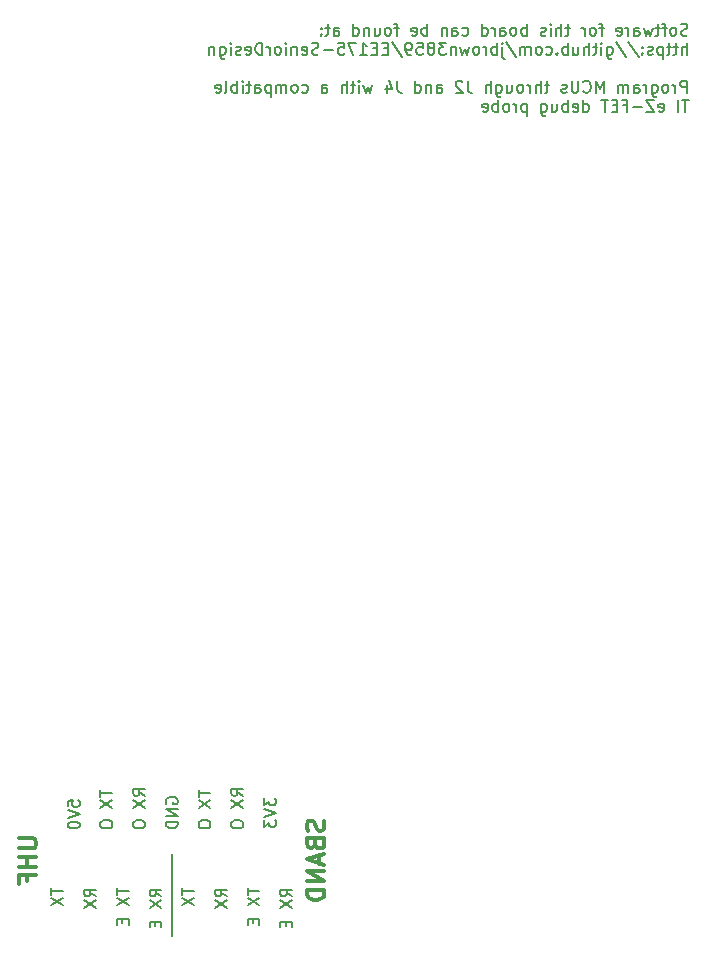
<source format=gbr>
%TF.GenerationSoftware,KiCad,Pcbnew,(6.0.8)*%
%TF.CreationDate,2023-02-25T01:36:39-08:00*%
%TF.ProjectId,RF_Board,52465f42-6f61-4726-942e-6b696361645f,rev?*%
%TF.SameCoordinates,Original*%
%TF.FileFunction,Legend,Bot*%
%TF.FilePolarity,Positive*%
%FSLAX46Y46*%
G04 Gerber Fmt 4.6, Leading zero omitted, Abs format (unit mm)*
G04 Created by KiCad (PCBNEW (6.0.8)) date 2023-02-25 01:36:39*
%MOMM*%
%LPD*%
G01*
G04 APERTURE LIST*
%ADD10C,0.150000*%
%ADD11C,0.300000*%
G04 APERTURE END LIST*
D10*
X45000000Y-83000000D02*
X45000000Y-90000000D01*
X52762380Y-78309452D02*
X52762380Y-78928500D01*
X53143333Y-78595166D01*
X53143333Y-78738023D01*
X53190952Y-78833261D01*
X53238571Y-78880880D01*
X53333809Y-78928500D01*
X53571904Y-78928500D01*
X53667142Y-78880880D01*
X53714761Y-78833261D01*
X53762380Y-78738023D01*
X53762380Y-78452309D01*
X53714761Y-78357071D01*
X53667142Y-78309452D01*
X52762380Y-79214214D02*
X53762380Y-79547547D01*
X52762380Y-79880880D01*
X52762380Y-80118976D02*
X52762380Y-80738023D01*
X53143333Y-80404690D01*
X53143333Y-80547547D01*
X53190952Y-80642785D01*
X53238571Y-80690404D01*
X53333809Y-80738023D01*
X53571904Y-80738023D01*
X53667142Y-80690404D01*
X53714761Y-80642785D01*
X53762380Y-80547547D01*
X53762380Y-80261833D01*
X53714761Y-80166595D01*
X53667142Y-80118976D01*
D11*
X57802142Y-80208857D02*
X57873571Y-80423142D01*
X57873571Y-80780285D01*
X57802142Y-80923142D01*
X57730714Y-80994571D01*
X57587857Y-81066000D01*
X57445000Y-81066000D01*
X57302142Y-80994571D01*
X57230714Y-80923142D01*
X57159285Y-80780285D01*
X57087857Y-80494571D01*
X57016428Y-80351714D01*
X56945000Y-80280285D01*
X56802142Y-80208857D01*
X56659285Y-80208857D01*
X56516428Y-80280285D01*
X56445000Y-80351714D01*
X56373571Y-80494571D01*
X56373571Y-80851714D01*
X56445000Y-81066000D01*
X57087857Y-82208857D02*
X57159285Y-82423142D01*
X57230714Y-82494571D01*
X57373571Y-82566000D01*
X57587857Y-82566000D01*
X57730714Y-82494571D01*
X57802142Y-82423142D01*
X57873571Y-82280285D01*
X57873571Y-81708857D01*
X56373571Y-81708857D01*
X56373571Y-82208857D01*
X56445000Y-82351714D01*
X56516428Y-82423142D01*
X56659285Y-82494571D01*
X56802142Y-82494571D01*
X56945000Y-82423142D01*
X57016428Y-82351714D01*
X57087857Y-82208857D01*
X57087857Y-81708857D01*
X57445000Y-83137428D02*
X57445000Y-83851714D01*
X57873571Y-82994571D02*
X56373571Y-83494571D01*
X57873571Y-83994571D01*
X57873571Y-84494571D02*
X56373571Y-84494571D01*
X57873571Y-85351714D01*
X56373571Y-85351714D01*
X57873571Y-86066000D02*
X56373571Y-86066000D01*
X56373571Y-86423142D01*
X56445000Y-86637428D01*
X56587857Y-86780285D01*
X56730714Y-86851714D01*
X57016428Y-86923142D01*
X57230714Y-86923142D01*
X57516428Y-86851714D01*
X57659285Y-86780285D01*
X57802142Y-86637428D01*
X57873571Y-86423142D01*
X57873571Y-86066000D01*
D10*
X40297380Y-85917738D02*
X40297380Y-86489166D01*
X41297380Y-86203452D02*
X40297380Y-86203452D01*
X40297380Y-86727261D02*
X41297380Y-87393928D01*
X40297380Y-87393928D02*
X41297380Y-86727261D01*
X40773571Y-88536785D02*
X40773571Y-88870119D01*
X41297380Y-89012976D02*
X41297380Y-88536785D01*
X40297380Y-88536785D01*
X40297380Y-89012976D01*
X50992380Y-78103119D02*
X50516190Y-77769785D01*
X50992380Y-77531690D02*
X49992380Y-77531690D01*
X49992380Y-77912642D01*
X50040000Y-78007880D01*
X50087619Y-78055500D01*
X50182857Y-78103119D01*
X50325714Y-78103119D01*
X50420952Y-78055500D01*
X50468571Y-78007880D01*
X50516190Y-77912642D01*
X50516190Y-77531690D01*
X49992380Y-78436452D02*
X50992380Y-79103119D01*
X49992380Y-79103119D02*
X50992380Y-78436452D01*
X49992380Y-80436452D02*
X49992380Y-80626928D01*
X50040000Y-80722166D01*
X50135238Y-80817404D01*
X50325714Y-80865023D01*
X50659047Y-80865023D01*
X50849523Y-80817404D01*
X50944761Y-80722166D01*
X50992380Y-80626928D01*
X50992380Y-80436452D01*
X50944761Y-80341214D01*
X50849523Y-80245976D01*
X50659047Y-80198357D01*
X50325714Y-80198357D01*
X50135238Y-80245976D01*
X50040000Y-80341214D01*
X49992380Y-80436452D01*
X88612023Y-13694761D02*
X88469166Y-13742380D01*
X88231071Y-13742380D01*
X88135833Y-13694761D01*
X88088214Y-13647142D01*
X88040595Y-13551904D01*
X88040595Y-13456666D01*
X88088214Y-13361428D01*
X88135833Y-13313809D01*
X88231071Y-13266190D01*
X88421547Y-13218571D01*
X88516785Y-13170952D01*
X88564404Y-13123333D01*
X88612023Y-13028095D01*
X88612023Y-12932857D01*
X88564404Y-12837619D01*
X88516785Y-12790000D01*
X88421547Y-12742380D01*
X88183452Y-12742380D01*
X88040595Y-12790000D01*
X87469166Y-13742380D02*
X87564404Y-13694761D01*
X87612023Y-13647142D01*
X87659642Y-13551904D01*
X87659642Y-13266190D01*
X87612023Y-13170952D01*
X87564404Y-13123333D01*
X87469166Y-13075714D01*
X87326309Y-13075714D01*
X87231071Y-13123333D01*
X87183452Y-13170952D01*
X87135833Y-13266190D01*
X87135833Y-13551904D01*
X87183452Y-13647142D01*
X87231071Y-13694761D01*
X87326309Y-13742380D01*
X87469166Y-13742380D01*
X86850119Y-13075714D02*
X86469166Y-13075714D01*
X86707261Y-13742380D02*
X86707261Y-12885238D01*
X86659642Y-12790000D01*
X86564404Y-12742380D01*
X86469166Y-12742380D01*
X86278690Y-13075714D02*
X85897738Y-13075714D01*
X86135833Y-12742380D02*
X86135833Y-13599523D01*
X86088214Y-13694761D01*
X85992976Y-13742380D01*
X85897738Y-13742380D01*
X85659642Y-13075714D02*
X85469166Y-13742380D01*
X85278690Y-13266190D01*
X85088214Y-13742380D01*
X84897738Y-13075714D01*
X84088214Y-13742380D02*
X84088214Y-13218571D01*
X84135833Y-13123333D01*
X84231071Y-13075714D01*
X84421547Y-13075714D01*
X84516785Y-13123333D01*
X84088214Y-13694761D02*
X84183452Y-13742380D01*
X84421547Y-13742380D01*
X84516785Y-13694761D01*
X84564404Y-13599523D01*
X84564404Y-13504285D01*
X84516785Y-13409047D01*
X84421547Y-13361428D01*
X84183452Y-13361428D01*
X84088214Y-13313809D01*
X83612023Y-13742380D02*
X83612023Y-13075714D01*
X83612023Y-13266190D02*
X83564404Y-13170952D01*
X83516785Y-13123333D01*
X83421547Y-13075714D01*
X83326309Y-13075714D01*
X82612023Y-13694761D02*
X82707261Y-13742380D01*
X82897738Y-13742380D01*
X82992976Y-13694761D01*
X83040595Y-13599523D01*
X83040595Y-13218571D01*
X82992976Y-13123333D01*
X82897738Y-13075714D01*
X82707261Y-13075714D01*
X82612023Y-13123333D01*
X82564404Y-13218571D01*
X82564404Y-13313809D01*
X83040595Y-13409047D01*
X81516785Y-13075714D02*
X81135833Y-13075714D01*
X81373928Y-13742380D02*
X81373928Y-12885238D01*
X81326309Y-12790000D01*
X81231071Y-12742380D01*
X81135833Y-12742380D01*
X80659642Y-13742380D02*
X80754880Y-13694761D01*
X80802500Y-13647142D01*
X80850119Y-13551904D01*
X80850119Y-13266190D01*
X80802500Y-13170952D01*
X80754880Y-13123333D01*
X80659642Y-13075714D01*
X80516785Y-13075714D01*
X80421547Y-13123333D01*
X80373928Y-13170952D01*
X80326309Y-13266190D01*
X80326309Y-13551904D01*
X80373928Y-13647142D01*
X80421547Y-13694761D01*
X80516785Y-13742380D01*
X80659642Y-13742380D01*
X79897738Y-13742380D02*
X79897738Y-13075714D01*
X79897738Y-13266190D02*
X79850119Y-13170952D01*
X79802500Y-13123333D01*
X79707261Y-13075714D01*
X79612023Y-13075714D01*
X78659642Y-13075714D02*
X78278690Y-13075714D01*
X78516785Y-12742380D02*
X78516785Y-13599523D01*
X78469166Y-13694761D01*
X78373928Y-13742380D01*
X78278690Y-13742380D01*
X77945357Y-13742380D02*
X77945357Y-12742380D01*
X77516785Y-13742380D02*
X77516785Y-13218571D01*
X77564404Y-13123333D01*
X77659642Y-13075714D01*
X77802500Y-13075714D01*
X77897738Y-13123333D01*
X77945357Y-13170952D01*
X77040595Y-13742380D02*
X77040595Y-13075714D01*
X77040595Y-12742380D02*
X77088214Y-12790000D01*
X77040595Y-12837619D01*
X76992976Y-12790000D01*
X77040595Y-12742380D01*
X77040595Y-12837619D01*
X76612023Y-13694761D02*
X76516785Y-13742380D01*
X76326309Y-13742380D01*
X76231071Y-13694761D01*
X76183452Y-13599523D01*
X76183452Y-13551904D01*
X76231071Y-13456666D01*
X76326309Y-13409047D01*
X76469166Y-13409047D01*
X76564404Y-13361428D01*
X76612023Y-13266190D01*
X76612023Y-13218571D01*
X76564404Y-13123333D01*
X76469166Y-13075714D01*
X76326309Y-13075714D01*
X76231071Y-13123333D01*
X74992976Y-13742380D02*
X74992976Y-12742380D01*
X74992976Y-13123333D02*
X74897738Y-13075714D01*
X74707261Y-13075714D01*
X74612023Y-13123333D01*
X74564404Y-13170952D01*
X74516785Y-13266190D01*
X74516785Y-13551904D01*
X74564404Y-13647142D01*
X74612023Y-13694761D01*
X74707261Y-13742380D01*
X74897738Y-13742380D01*
X74992976Y-13694761D01*
X73945357Y-13742380D02*
X74040595Y-13694761D01*
X74088214Y-13647142D01*
X74135833Y-13551904D01*
X74135833Y-13266190D01*
X74088214Y-13170952D01*
X74040595Y-13123333D01*
X73945357Y-13075714D01*
X73802500Y-13075714D01*
X73707261Y-13123333D01*
X73659642Y-13170952D01*
X73612023Y-13266190D01*
X73612023Y-13551904D01*
X73659642Y-13647142D01*
X73707261Y-13694761D01*
X73802500Y-13742380D01*
X73945357Y-13742380D01*
X72754880Y-13742380D02*
X72754880Y-13218571D01*
X72802500Y-13123333D01*
X72897738Y-13075714D01*
X73088214Y-13075714D01*
X73183452Y-13123333D01*
X72754880Y-13694761D02*
X72850119Y-13742380D01*
X73088214Y-13742380D01*
X73183452Y-13694761D01*
X73231071Y-13599523D01*
X73231071Y-13504285D01*
X73183452Y-13409047D01*
X73088214Y-13361428D01*
X72850119Y-13361428D01*
X72754880Y-13313809D01*
X72278690Y-13742380D02*
X72278690Y-13075714D01*
X72278690Y-13266190D02*
X72231071Y-13170952D01*
X72183452Y-13123333D01*
X72088214Y-13075714D01*
X71992976Y-13075714D01*
X71231071Y-13742380D02*
X71231071Y-12742380D01*
X71231071Y-13694761D02*
X71326309Y-13742380D01*
X71516785Y-13742380D01*
X71612023Y-13694761D01*
X71659642Y-13647142D01*
X71707261Y-13551904D01*
X71707261Y-13266190D01*
X71659642Y-13170952D01*
X71612023Y-13123333D01*
X71516785Y-13075714D01*
X71326309Y-13075714D01*
X71231071Y-13123333D01*
X69564404Y-13694761D02*
X69659642Y-13742380D01*
X69850119Y-13742380D01*
X69945357Y-13694761D01*
X69992976Y-13647142D01*
X70040595Y-13551904D01*
X70040595Y-13266190D01*
X69992976Y-13170952D01*
X69945357Y-13123333D01*
X69850119Y-13075714D01*
X69659642Y-13075714D01*
X69564404Y-13123333D01*
X68707261Y-13742380D02*
X68707261Y-13218571D01*
X68754880Y-13123333D01*
X68850119Y-13075714D01*
X69040595Y-13075714D01*
X69135833Y-13123333D01*
X68707261Y-13694761D02*
X68802500Y-13742380D01*
X69040595Y-13742380D01*
X69135833Y-13694761D01*
X69183452Y-13599523D01*
X69183452Y-13504285D01*
X69135833Y-13409047D01*
X69040595Y-13361428D01*
X68802500Y-13361428D01*
X68707261Y-13313809D01*
X68231071Y-13075714D02*
X68231071Y-13742380D01*
X68231071Y-13170952D02*
X68183452Y-13123333D01*
X68088214Y-13075714D01*
X67945357Y-13075714D01*
X67850119Y-13123333D01*
X67802500Y-13218571D01*
X67802500Y-13742380D01*
X66564404Y-13742380D02*
X66564404Y-12742380D01*
X66564404Y-13123333D02*
X66469166Y-13075714D01*
X66278690Y-13075714D01*
X66183452Y-13123333D01*
X66135833Y-13170952D01*
X66088214Y-13266190D01*
X66088214Y-13551904D01*
X66135833Y-13647142D01*
X66183452Y-13694761D01*
X66278690Y-13742380D01*
X66469166Y-13742380D01*
X66564404Y-13694761D01*
X65278690Y-13694761D02*
X65373928Y-13742380D01*
X65564404Y-13742380D01*
X65659642Y-13694761D01*
X65707261Y-13599523D01*
X65707261Y-13218571D01*
X65659642Y-13123333D01*
X65564404Y-13075714D01*
X65373928Y-13075714D01*
X65278690Y-13123333D01*
X65231071Y-13218571D01*
X65231071Y-13313809D01*
X65707261Y-13409047D01*
X64183452Y-13075714D02*
X63802500Y-13075714D01*
X64040595Y-13742380D02*
X64040595Y-12885238D01*
X63992976Y-12790000D01*
X63897738Y-12742380D01*
X63802500Y-12742380D01*
X63326309Y-13742380D02*
X63421547Y-13694761D01*
X63469166Y-13647142D01*
X63516785Y-13551904D01*
X63516785Y-13266190D01*
X63469166Y-13170952D01*
X63421547Y-13123333D01*
X63326309Y-13075714D01*
X63183452Y-13075714D01*
X63088214Y-13123333D01*
X63040595Y-13170952D01*
X62992976Y-13266190D01*
X62992976Y-13551904D01*
X63040595Y-13647142D01*
X63088214Y-13694761D01*
X63183452Y-13742380D01*
X63326309Y-13742380D01*
X62135833Y-13075714D02*
X62135833Y-13742380D01*
X62564404Y-13075714D02*
X62564404Y-13599523D01*
X62516785Y-13694761D01*
X62421547Y-13742380D01*
X62278690Y-13742380D01*
X62183452Y-13694761D01*
X62135833Y-13647142D01*
X61659642Y-13075714D02*
X61659642Y-13742380D01*
X61659642Y-13170952D02*
X61612023Y-13123333D01*
X61516785Y-13075714D01*
X61373928Y-13075714D01*
X61278690Y-13123333D01*
X61231071Y-13218571D01*
X61231071Y-13742380D01*
X60326309Y-13742380D02*
X60326309Y-12742380D01*
X60326309Y-13694761D02*
X60421547Y-13742380D01*
X60612023Y-13742380D01*
X60707261Y-13694761D01*
X60754880Y-13647142D01*
X60802500Y-13551904D01*
X60802500Y-13266190D01*
X60754880Y-13170952D01*
X60707261Y-13123333D01*
X60612023Y-13075714D01*
X60421547Y-13075714D01*
X60326309Y-13123333D01*
X58659642Y-13742380D02*
X58659642Y-13218571D01*
X58707261Y-13123333D01*
X58802500Y-13075714D01*
X58992976Y-13075714D01*
X59088214Y-13123333D01*
X58659642Y-13694761D02*
X58754880Y-13742380D01*
X58992976Y-13742380D01*
X59088214Y-13694761D01*
X59135833Y-13599523D01*
X59135833Y-13504285D01*
X59088214Y-13409047D01*
X58992976Y-13361428D01*
X58754880Y-13361428D01*
X58659642Y-13313809D01*
X58326309Y-13075714D02*
X57945357Y-13075714D01*
X58183452Y-12742380D02*
X58183452Y-13599523D01*
X58135833Y-13694761D01*
X58040595Y-13742380D01*
X57945357Y-13742380D01*
X57612023Y-13647142D02*
X57564404Y-13694761D01*
X57612023Y-13742380D01*
X57659642Y-13694761D01*
X57612023Y-13647142D01*
X57612023Y-13742380D01*
X57612023Y-13123333D02*
X57564404Y-13170952D01*
X57612023Y-13218571D01*
X57659642Y-13170952D01*
X57612023Y-13123333D01*
X57612023Y-13218571D01*
X88564404Y-15352380D02*
X88564404Y-14352380D01*
X88135833Y-15352380D02*
X88135833Y-14828571D01*
X88183452Y-14733333D01*
X88278690Y-14685714D01*
X88421547Y-14685714D01*
X88516785Y-14733333D01*
X88564404Y-14780952D01*
X87802500Y-14685714D02*
X87421547Y-14685714D01*
X87659642Y-14352380D02*
X87659642Y-15209523D01*
X87612023Y-15304761D01*
X87516785Y-15352380D01*
X87421547Y-15352380D01*
X87231071Y-14685714D02*
X86850119Y-14685714D01*
X87088214Y-14352380D02*
X87088214Y-15209523D01*
X87040595Y-15304761D01*
X86945357Y-15352380D01*
X86850119Y-15352380D01*
X86516785Y-14685714D02*
X86516785Y-15685714D01*
X86516785Y-14733333D02*
X86421547Y-14685714D01*
X86231071Y-14685714D01*
X86135833Y-14733333D01*
X86088214Y-14780952D01*
X86040595Y-14876190D01*
X86040595Y-15161904D01*
X86088214Y-15257142D01*
X86135833Y-15304761D01*
X86231071Y-15352380D01*
X86421547Y-15352380D01*
X86516785Y-15304761D01*
X85659642Y-15304761D02*
X85564404Y-15352380D01*
X85373928Y-15352380D01*
X85278690Y-15304761D01*
X85231071Y-15209523D01*
X85231071Y-15161904D01*
X85278690Y-15066666D01*
X85373928Y-15019047D01*
X85516785Y-15019047D01*
X85612023Y-14971428D01*
X85659642Y-14876190D01*
X85659642Y-14828571D01*
X85612023Y-14733333D01*
X85516785Y-14685714D01*
X85373928Y-14685714D01*
X85278690Y-14733333D01*
X84802500Y-15257142D02*
X84754880Y-15304761D01*
X84802500Y-15352380D01*
X84850119Y-15304761D01*
X84802500Y-15257142D01*
X84802500Y-15352380D01*
X84802500Y-14733333D02*
X84754880Y-14780952D01*
X84802500Y-14828571D01*
X84850119Y-14780952D01*
X84802500Y-14733333D01*
X84802500Y-14828571D01*
X83612023Y-14304761D02*
X84469166Y-15590476D01*
X82564404Y-14304761D02*
X83421547Y-15590476D01*
X81802500Y-14685714D02*
X81802500Y-15495238D01*
X81850119Y-15590476D01*
X81897738Y-15638095D01*
X81992976Y-15685714D01*
X82135833Y-15685714D01*
X82231071Y-15638095D01*
X81802500Y-15304761D02*
X81897738Y-15352380D01*
X82088214Y-15352380D01*
X82183452Y-15304761D01*
X82231071Y-15257142D01*
X82278690Y-15161904D01*
X82278690Y-14876190D01*
X82231071Y-14780952D01*
X82183452Y-14733333D01*
X82088214Y-14685714D01*
X81897738Y-14685714D01*
X81802500Y-14733333D01*
X81326309Y-15352380D02*
X81326309Y-14685714D01*
X81326309Y-14352380D02*
X81373928Y-14400000D01*
X81326309Y-14447619D01*
X81278690Y-14400000D01*
X81326309Y-14352380D01*
X81326309Y-14447619D01*
X80992976Y-14685714D02*
X80612023Y-14685714D01*
X80850119Y-14352380D02*
X80850119Y-15209523D01*
X80802500Y-15304761D01*
X80707261Y-15352380D01*
X80612023Y-15352380D01*
X80278690Y-15352380D02*
X80278690Y-14352380D01*
X79850119Y-15352380D02*
X79850119Y-14828571D01*
X79897738Y-14733333D01*
X79992976Y-14685714D01*
X80135833Y-14685714D01*
X80231071Y-14733333D01*
X80278690Y-14780952D01*
X78945357Y-14685714D02*
X78945357Y-15352380D01*
X79373928Y-14685714D02*
X79373928Y-15209523D01*
X79326309Y-15304761D01*
X79231071Y-15352380D01*
X79088214Y-15352380D01*
X78992976Y-15304761D01*
X78945357Y-15257142D01*
X78469166Y-15352380D02*
X78469166Y-14352380D01*
X78469166Y-14733333D02*
X78373928Y-14685714D01*
X78183452Y-14685714D01*
X78088214Y-14733333D01*
X78040595Y-14780952D01*
X77992976Y-14876190D01*
X77992976Y-15161904D01*
X78040595Y-15257142D01*
X78088214Y-15304761D01*
X78183452Y-15352380D01*
X78373928Y-15352380D01*
X78469166Y-15304761D01*
X77564404Y-15257142D02*
X77516785Y-15304761D01*
X77564404Y-15352380D01*
X77612023Y-15304761D01*
X77564404Y-15257142D01*
X77564404Y-15352380D01*
X76659642Y-15304761D02*
X76754880Y-15352380D01*
X76945357Y-15352380D01*
X77040595Y-15304761D01*
X77088214Y-15257142D01*
X77135833Y-15161904D01*
X77135833Y-14876190D01*
X77088214Y-14780952D01*
X77040595Y-14733333D01*
X76945357Y-14685714D01*
X76754880Y-14685714D01*
X76659642Y-14733333D01*
X76088214Y-15352380D02*
X76183452Y-15304761D01*
X76231071Y-15257142D01*
X76278690Y-15161904D01*
X76278690Y-14876190D01*
X76231071Y-14780952D01*
X76183452Y-14733333D01*
X76088214Y-14685714D01*
X75945357Y-14685714D01*
X75850119Y-14733333D01*
X75802500Y-14780952D01*
X75754880Y-14876190D01*
X75754880Y-15161904D01*
X75802500Y-15257142D01*
X75850119Y-15304761D01*
X75945357Y-15352380D01*
X76088214Y-15352380D01*
X75326309Y-15352380D02*
X75326309Y-14685714D01*
X75326309Y-14780952D02*
X75278690Y-14733333D01*
X75183452Y-14685714D01*
X75040595Y-14685714D01*
X74945357Y-14733333D01*
X74897738Y-14828571D01*
X74897738Y-15352380D01*
X74897738Y-14828571D02*
X74850119Y-14733333D01*
X74754880Y-14685714D01*
X74612023Y-14685714D01*
X74516785Y-14733333D01*
X74469166Y-14828571D01*
X74469166Y-15352380D01*
X73278690Y-14304761D02*
X74135833Y-15590476D01*
X72945357Y-14685714D02*
X72945357Y-15542857D01*
X72992976Y-15638095D01*
X73088214Y-15685714D01*
X73135833Y-15685714D01*
X72945357Y-14352380D02*
X72992976Y-14400000D01*
X72945357Y-14447619D01*
X72897738Y-14400000D01*
X72945357Y-14352380D01*
X72945357Y-14447619D01*
X72469166Y-15352380D02*
X72469166Y-14352380D01*
X72469166Y-14733333D02*
X72373928Y-14685714D01*
X72183452Y-14685714D01*
X72088214Y-14733333D01*
X72040595Y-14780952D01*
X71992976Y-14876190D01*
X71992976Y-15161904D01*
X72040595Y-15257142D01*
X72088214Y-15304761D01*
X72183452Y-15352380D01*
X72373928Y-15352380D01*
X72469166Y-15304761D01*
X71564404Y-15352380D02*
X71564404Y-14685714D01*
X71564404Y-14876190D02*
X71516785Y-14780952D01*
X71469166Y-14733333D01*
X71373928Y-14685714D01*
X71278690Y-14685714D01*
X70802500Y-15352380D02*
X70897738Y-15304761D01*
X70945357Y-15257142D01*
X70992976Y-15161904D01*
X70992976Y-14876190D01*
X70945357Y-14780952D01*
X70897738Y-14733333D01*
X70802500Y-14685714D01*
X70659642Y-14685714D01*
X70564404Y-14733333D01*
X70516785Y-14780952D01*
X70469166Y-14876190D01*
X70469166Y-15161904D01*
X70516785Y-15257142D01*
X70564404Y-15304761D01*
X70659642Y-15352380D01*
X70802500Y-15352380D01*
X70135833Y-14685714D02*
X69945357Y-15352380D01*
X69754880Y-14876190D01*
X69564404Y-15352380D01*
X69373928Y-14685714D01*
X68992976Y-14685714D02*
X68992976Y-15352380D01*
X68992976Y-14780952D02*
X68945357Y-14733333D01*
X68850119Y-14685714D01*
X68707261Y-14685714D01*
X68612023Y-14733333D01*
X68564404Y-14828571D01*
X68564404Y-15352380D01*
X68183452Y-14352380D02*
X67564404Y-14352380D01*
X67897738Y-14733333D01*
X67754880Y-14733333D01*
X67659642Y-14780952D01*
X67612023Y-14828571D01*
X67564404Y-14923809D01*
X67564404Y-15161904D01*
X67612023Y-15257142D01*
X67659642Y-15304761D01*
X67754880Y-15352380D01*
X68040595Y-15352380D01*
X68135833Y-15304761D01*
X68183452Y-15257142D01*
X66992976Y-14780952D02*
X67088214Y-14733333D01*
X67135833Y-14685714D01*
X67183452Y-14590476D01*
X67183452Y-14542857D01*
X67135833Y-14447619D01*
X67088214Y-14400000D01*
X66992976Y-14352380D01*
X66802500Y-14352380D01*
X66707261Y-14400000D01*
X66659642Y-14447619D01*
X66612023Y-14542857D01*
X66612023Y-14590476D01*
X66659642Y-14685714D01*
X66707261Y-14733333D01*
X66802500Y-14780952D01*
X66992976Y-14780952D01*
X67088214Y-14828571D01*
X67135833Y-14876190D01*
X67183452Y-14971428D01*
X67183452Y-15161904D01*
X67135833Y-15257142D01*
X67088214Y-15304761D01*
X66992976Y-15352380D01*
X66802500Y-15352380D01*
X66707261Y-15304761D01*
X66659642Y-15257142D01*
X66612023Y-15161904D01*
X66612023Y-14971428D01*
X66659642Y-14876190D01*
X66707261Y-14828571D01*
X66802500Y-14780952D01*
X65707261Y-14352380D02*
X66183452Y-14352380D01*
X66231071Y-14828571D01*
X66183452Y-14780952D01*
X66088214Y-14733333D01*
X65850119Y-14733333D01*
X65754880Y-14780952D01*
X65707261Y-14828571D01*
X65659642Y-14923809D01*
X65659642Y-15161904D01*
X65707261Y-15257142D01*
X65754880Y-15304761D01*
X65850119Y-15352380D01*
X66088214Y-15352380D01*
X66183452Y-15304761D01*
X66231071Y-15257142D01*
X65183452Y-15352380D02*
X64992976Y-15352380D01*
X64897738Y-15304761D01*
X64850119Y-15257142D01*
X64754880Y-15114285D01*
X64707261Y-14923809D01*
X64707261Y-14542857D01*
X64754880Y-14447619D01*
X64802500Y-14400000D01*
X64897738Y-14352380D01*
X65088214Y-14352380D01*
X65183452Y-14400000D01*
X65231071Y-14447619D01*
X65278690Y-14542857D01*
X65278690Y-14780952D01*
X65231071Y-14876190D01*
X65183452Y-14923809D01*
X65088214Y-14971428D01*
X64897738Y-14971428D01*
X64802500Y-14923809D01*
X64754880Y-14876190D01*
X64707261Y-14780952D01*
X63564404Y-14304761D02*
X64421547Y-15590476D01*
X63231071Y-14828571D02*
X62897738Y-14828571D01*
X62754880Y-15352380D02*
X63231071Y-15352380D01*
X63231071Y-14352380D01*
X62754880Y-14352380D01*
X62326309Y-14828571D02*
X61992976Y-14828571D01*
X61850119Y-15352380D02*
X62326309Y-15352380D01*
X62326309Y-14352380D01*
X61850119Y-14352380D01*
X60897738Y-15352380D02*
X61469166Y-15352380D01*
X61183452Y-15352380D02*
X61183452Y-14352380D01*
X61278690Y-14495238D01*
X61373928Y-14590476D01*
X61469166Y-14638095D01*
X60564404Y-14352380D02*
X59897738Y-14352380D01*
X60326309Y-15352380D01*
X59040595Y-14352380D02*
X59516785Y-14352380D01*
X59564404Y-14828571D01*
X59516785Y-14780952D01*
X59421547Y-14733333D01*
X59183452Y-14733333D01*
X59088214Y-14780952D01*
X59040595Y-14828571D01*
X58992976Y-14923809D01*
X58992976Y-15161904D01*
X59040595Y-15257142D01*
X59088214Y-15304761D01*
X59183452Y-15352380D01*
X59421547Y-15352380D01*
X59516785Y-15304761D01*
X59564404Y-15257142D01*
X58564404Y-14971428D02*
X57802500Y-14971428D01*
X57373928Y-15304761D02*
X57231071Y-15352380D01*
X56992976Y-15352380D01*
X56897738Y-15304761D01*
X56850119Y-15257142D01*
X56802500Y-15161904D01*
X56802500Y-15066666D01*
X56850119Y-14971428D01*
X56897738Y-14923809D01*
X56992976Y-14876190D01*
X57183452Y-14828571D01*
X57278690Y-14780952D01*
X57326309Y-14733333D01*
X57373928Y-14638095D01*
X57373928Y-14542857D01*
X57326309Y-14447619D01*
X57278690Y-14400000D01*
X57183452Y-14352380D01*
X56945357Y-14352380D01*
X56802500Y-14400000D01*
X55992976Y-15304761D02*
X56088214Y-15352380D01*
X56278690Y-15352380D01*
X56373928Y-15304761D01*
X56421547Y-15209523D01*
X56421547Y-14828571D01*
X56373928Y-14733333D01*
X56278690Y-14685714D01*
X56088214Y-14685714D01*
X55992976Y-14733333D01*
X55945357Y-14828571D01*
X55945357Y-14923809D01*
X56421547Y-15019047D01*
X55516785Y-14685714D02*
X55516785Y-15352380D01*
X55516785Y-14780952D02*
X55469166Y-14733333D01*
X55373928Y-14685714D01*
X55231071Y-14685714D01*
X55135833Y-14733333D01*
X55088214Y-14828571D01*
X55088214Y-15352380D01*
X54612023Y-15352380D02*
X54612023Y-14685714D01*
X54612023Y-14352380D02*
X54659642Y-14400000D01*
X54612023Y-14447619D01*
X54564404Y-14400000D01*
X54612023Y-14352380D01*
X54612023Y-14447619D01*
X53992976Y-15352380D02*
X54088214Y-15304761D01*
X54135833Y-15257142D01*
X54183452Y-15161904D01*
X54183452Y-14876190D01*
X54135833Y-14780952D01*
X54088214Y-14733333D01*
X53992976Y-14685714D01*
X53850119Y-14685714D01*
X53754880Y-14733333D01*
X53707261Y-14780952D01*
X53659642Y-14876190D01*
X53659642Y-15161904D01*
X53707261Y-15257142D01*
X53754880Y-15304761D01*
X53850119Y-15352380D01*
X53992976Y-15352380D01*
X53231071Y-15352380D02*
X53231071Y-14685714D01*
X53231071Y-14876190D02*
X53183452Y-14780952D01*
X53135833Y-14733333D01*
X53040595Y-14685714D01*
X52945357Y-14685714D01*
X52612023Y-15352380D02*
X52612023Y-14352380D01*
X52373928Y-14352380D01*
X52231071Y-14400000D01*
X52135833Y-14495238D01*
X52088214Y-14590476D01*
X52040595Y-14780952D01*
X52040595Y-14923809D01*
X52088214Y-15114285D01*
X52135833Y-15209523D01*
X52231071Y-15304761D01*
X52373928Y-15352380D01*
X52612023Y-15352380D01*
X51231071Y-15304761D02*
X51326309Y-15352380D01*
X51516785Y-15352380D01*
X51612023Y-15304761D01*
X51659642Y-15209523D01*
X51659642Y-14828571D01*
X51612023Y-14733333D01*
X51516785Y-14685714D01*
X51326309Y-14685714D01*
X51231071Y-14733333D01*
X51183452Y-14828571D01*
X51183452Y-14923809D01*
X51659642Y-15019047D01*
X50802500Y-15304761D02*
X50707261Y-15352380D01*
X50516785Y-15352380D01*
X50421547Y-15304761D01*
X50373928Y-15209523D01*
X50373928Y-15161904D01*
X50421547Y-15066666D01*
X50516785Y-15019047D01*
X50659642Y-15019047D01*
X50754880Y-14971428D01*
X50802500Y-14876190D01*
X50802500Y-14828571D01*
X50754880Y-14733333D01*
X50659642Y-14685714D01*
X50516785Y-14685714D01*
X50421547Y-14733333D01*
X49945357Y-15352380D02*
X49945357Y-14685714D01*
X49945357Y-14352380D02*
X49992976Y-14400000D01*
X49945357Y-14447619D01*
X49897738Y-14400000D01*
X49945357Y-14352380D01*
X49945357Y-14447619D01*
X49040595Y-14685714D02*
X49040595Y-15495238D01*
X49088214Y-15590476D01*
X49135833Y-15638095D01*
X49231071Y-15685714D01*
X49373928Y-15685714D01*
X49469166Y-15638095D01*
X49040595Y-15304761D02*
X49135833Y-15352380D01*
X49326309Y-15352380D01*
X49421547Y-15304761D01*
X49469166Y-15257142D01*
X49516785Y-15161904D01*
X49516785Y-14876190D01*
X49469166Y-14780952D01*
X49421547Y-14733333D01*
X49326309Y-14685714D01*
X49135833Y-14685714D01*
X49040595Y-14733333D01*
X48564404Y-14685714D02*
X48564404Y-15352380D01*
X48564404Y-14780952D02*
X48516785Y-14733333D01*
X48421547Y-14685714D01*
X48278690Y-14685714D01*
X48183452Y-14733333D01*
X48135833Y-14828571D01*
X48135833Y-15352380D01*
X88564404Y-18572380D02*
X88564404Y-17572380D01*
X88183452Y-17572380D01*
X88088214Y-17620000D01*
X88040595Y-17667619D01*
X87992976Y-17762857D01*
X87992976Y-17905714D01*
X88040595Y-18000952D01*
X88088214Y-18048571D01*
X88183452Y-18096190D01*
X88564404Y-18096190D01*
X87564404Y-18572380D02*
X87564404Y-17905714D01*
X87564404Y-18096190D02*
X87516785Y-18000952D01*
X87469166Y-17953333D01*
X87373928Y-17905714D01*
X87278690Y-17905714D01*
X86802500Y-18572380D02*
X86897738Y-18524761D01*
X86945357Y-18477142D01*
X86992976Y-18381904D01*
X86992976Y-18096190D01*
X86945357Y-18000952D01*
X86897738Y-17953333D01*
X86802500Y-17905714D01*
X86659642Y-17905714D01*
X86564404Y-17953333D01*
X86516785Y-18000952D01*
X86469166Y-18096190D01*
X86469166Y-18381904D01*
X86516785Y-18477142D01*
X86564404Y-18524761D01*
X86659642Y-18572380D01*
X86802500Y-18572380D01*
X85612023Y-17905714D02*
X85612023Y-18715238D01*
X85659642Y-18810476D01*
X85707261Y-18858095D01*
X85802500Y-18905714D01*
X85945357Y-18905714D01*
X86040595Y-18858095D01*
X85612023Y-18524761D02*
X85707261Y-18572380D01*
X85897738Y-18572380D01*
X85992976Y-18524761D01*
X86040595Y-18477142D01*
X86088214Y-18381904D01*
X86088214Y-18096190D01*
X86040595Y-18000952D01*
X85992976Y-17953333D01*
X85897738Y-17905714D01*
X85707261Y-17905714D01*
X85612023Y-17953333D01*
X85135833Y-18572380D02*
X85135833Y-17905714D01*
X85135833Y-18096190D02*
X85088214Y-18000952D01*
X85040595Y-17953333D01*
X84945357Y-17905714D01*
X84850119Y-17905714D01*
X84088214Y-18572380D02*
X84088214Y-18048571D01*
X84135833Y-17953333D01*
X84231071Y-17905714D01*
X84421547Y-17905714D01*
X84516785Y-17953333D01*
X84088214Y-18524761D02*
X84183452Y-18572380D01*
X84421547Y-18572380D01*
X84516785Y-18524761D01*
X84564404Y-18429523D01*
X84564404Y-18334285D01*
X84516785Y-18239047D01*
X84421547Y-18191428D01*
X84183452Y-18191428D01*
X84088214Y-18143809D01*
X83612023Y-18572380D02*
X83612023Y-17905714D01*
X83612023Y-18000952D02*
X83564404Y-17953333D01*
X83469166Y-17905714D01*
X83326309Y-17905714D01*
X83231071Y-17953333D01*
X83183452Y-18048571D01*
X83183452Y-18572380D01*
X83183452Y-18048571D02*
X83135833Y-17953333D01*
X83040595Y-17905714D01*
X82897738Y-17905714D01*
X82802500Y-17953333D01*
X82754880Y-18048571D01*
X82754880Y-18572380D01*
X81516785Y-18572380D02*
X81516785Y-17572380D01*
X81183452Y-18286666D01*
X80850119Y-17572380D01*
X80850119Y-18572380D01*
X79802500Y-18477142D02*
X79850119Y-18524761D01*
X79992976Y-18572380D01*
X80088214Y-18572380D01*
X80231071Y-18524761D01*
X80326309Y-18429523D01*
X80373928Y-18334285D01*
X80421547Y-18143809D01*
X80421547Y-18000952D01*
X80373928Y-17810476D01*
X80326309Y-17715238D01*
X80231071Y-17620000D01*
X80088214Y-17572380D01*
X79992976Y-17572380D01*
X79850119Y-17620000D01*
X79802500Y-17667619D01*
X79373928Y-17572380D02*
X79373928Y-18381904D01*
X79326309Y-18477142D01*
X79278690Y-18524761D01*
X79183452Y-18572380D01*
X78992976Y-18572380D01*
X78897738Y-18524761D01*
X78850119Y-18477142D01*
X78802500Y-18381904D01*
X78802500Y-17572380D01*
X78373928Y-18524761D02*
X78278690Y-18572380D01*
X78088214Y-18572380D01*
X77992976Y-18524761D01*
X77945357Y-18429523D01*
X77945357Y-18381904D01*
X77992976Y-18286666D01*
X78088214Y-18239047D01*
X78231071Y-18239047D01*
X78326309Y-18191428D01*
X78373928Y-18096190D01*
X78373928Y-18048571D01*
X78326309Y-17953333D01*
X78231071Y-17905714D01*
X78088214Y-17905714D01*
X77992976Y-17953333D01*
X76897738Y-17905714D02*
X76516785Y-17905714D01*
X76754880Y-17572380D02*
X76754880Y-18429523D01*
X76707261Y-18524761D01*
X76612023Y-18572380D01*
X76516785Y-18572380D01*
X76183452Y-18572380D02*
X76183452Y-17572380D01*
X75754880Y-18572380D02*
X75754880Y-18048571D01*
X75802500Y-17953333D01*
X75897738Y-17905714D01*
X76040595Y-17905714D01*
X76135833Y-17953333D01*
X76183452Y-18000952D01*
X75278690Y-18572380D02*
X75278690Y-17905714D01*
X75278690Y-18096190D02*
X75231071Y-18000952D01*
X75183452Y-17953333D01*
X75088214Y-17905714D01*
X74992976Y-17905714D01*
X74516785Y-18572380D02*
X74612023Y-18524761D01*
X74659642Y-18477142D01*
X74707261Y-18381904D01*
X74707261Y-18096190D01*
X74659642Y-18000952D01*
X74612023Y-17953333D01*
X74516785Y-17905714D01*
X74373928Y-17905714D01*
X74278690Y-17953333D01*
X74231071Y-18000952D01*
X74183452Y-18096190D01*
X74183452Y-18381904D01*
X74231071Y-18477142D01*
X74278690Y-18524761D01*
X74373928Y-18572380D01*
X74516785Y-18572380D01*
X73326309Y-17905714D02*
X73326309Y-18572380D01*
X73754880Y-17905714D02*
X73754880Y-18429523D01*
X73707261Y-18524761D01*
X73612023Y-18572380D01*
X73469166Y-18572380D01*
X73373928Y-18524761D01*
X73326309Y-18477142D01*
X72421547Y-17905714D02*
X72421547Y-18715238D01*
X72469166Y-18810476D01*
X72516785Y-18858095D01*
X72612023Y-18905714D01*
X72754880Y-18905714D01*
X72850119Y-18858095D01*
X72421547Y-18524761D02*
X72516785Y-18572380D01*
X72707261Y-18572380D01*
X72802500Y-18524761D01*
X72850119Y-18477142D01*
X72897738Y-18381904D01*
X72897738Y-18096190D01*
X72850119Y-18000952D01*
X72802500Y-17953333D01*
X72707261Y-17905714D01*
X72516785Y-17905714D01*
X72421547Y-17953333D01*
X71945357Y-18572380D02*
X71945357Y-17572380D01*
X71516785Y-18572380D02*
X71516785Y-18048571D01*
X71564404Y-17953333D01*
X71659642Y-17905714D01*
X71802500Y-17905714D01*
X71897738Y-17953333D01*
X71945357Y-18000952D01*
X69992976Y-17572380D02*
X69992976Y-18286666D01*
X70040595Y-18429523D01*
X70135833Y-18524761D01*
X70278690Y-18572380D01*
X70373928Y-18572380D01*
X69564404Y-17667619D02*
X69516785Y-17620000D01*
X69421547Y-17572380D01*
X69183452Y-17572380D01*
X69088214Y-17620000D01*
X69040595Y-17667619D01*
X68992976Y-17762857D01*
X68992976Y-17858095D01*
X69040595Y-18000952D01*
X69612023Y-18572380D01*
X68992976Y-18572380D01*
X67373928Y-18572380D02*
X67373928Y-18048571D01*
X67421547Y-17953333D01*
X67516785Y-17905714D01*
X67707261Y-17905714D01*
X67802500Y-17953333D01*
X67373928Y-18524761D02*
X67469166Y-18572380D01*
X67707261Y-18572380D01*
X67802500Y-18524761D01*
X67850119Y-18429523D01*
X67850119Y-18334285D01*
X67802500Y-18239047D01*
X67707261Y-18191428D01*
X67469166Y-18191428D01*
X67373928Y-18143809D01*
X66897738Y-17905714D02*
X66897738Y-18572380D01*
X66897738Y-18000952D02*
X66850119Y-17953333D01*
X66754880Y-17905714D01*
X66612023Y-17905714D01*
X66516785Y-17953333D01*
X66469166Y-18048571D01*
X66469166Y-18572380D01*
X65564404Y-18572380D02*
X65564404Y-17572380D01*
X65564404Y-18524761D02*
X65659642Y-18572380D01*
X65850119Y-18572380D01*
X65945357Y-18524761D01*
X65992976Y-18477142D01*
X66040595Y-18381904D01*
X66040595Y-18096190D01*
X65992976Y-18000952D01*
X65945357Y-17953333D01*
X65850119Y-17905714D01*
X65659642Y-17905714D01*
X65564404Y-17953333D01*
X64040595Y-17572380D02*
X64040595Y-18286666D01*
X64088214Y-18429523D01*
X64183452Y-18524761D01*
X64326309Y-18572380D01*
X64421547Y-18572380D01*
X63135833Y-17905714D02*
X63135833Y-18572380D01*
X63373928Y-17524761D02*
X63612023Y-18239047D01*
X62992976Y-18239047D01*
X61945357Y-17905714D02*
X61754880Y-18572380D01*
X61564404Y-18096190D01*
X61373928Y-18572380D01*
X61183452Y-17905714D01*
X60802500Y-18572380D02*
X60802500Y-17905714D01*
X60802500Y-17572380D02*
X60850119Y-17620000D01*
X60802500Y-17667619D01*
X60754880Y-17620000D01*
X60802500Y-17572380D01*
X60802500Y-17667619D01*
X60469166Y-17905714D02*
X60088214Y-17905714D01*
X60326309Y-17572380D02*
X60326309Y-18429523D01*
X60278690Y-18524761D01*
X60183452Y-18572380D01*
X60088214Y-18572380D01*
X59754880Y-18572380D02*
X59754880Y-17572380D01*
X59326309Y-18572380D02*
X59326309Y-18048571D01*
X59373928Y-17953333D01*
X59469166Y-17905714D01*
X59612023Y-17905714D01*
X59707261Y-17953333D01*
X59754880Y-18000952D01*
X57659642Y-18572380D02*
X57659642Y-18048571D01*
X57707261Y-17953333D01*
X57802500Y-17905714D01*
X57992976Y-17905714D01*
X58088214Y-17953333D01*
X57659642Y-18524761D02*
X57754880Y-18572380D01*
X57992976Y-18572380D01*
X58088214Y-18524761D01*
X58135833Y-18429523D01*
X58135833Y-18334285D01*
X58088214Y-18239047D01*
X57992976Y-18191428D01*
X57754880Y-18191428D01*
X57659642Y-18143809D01*
X55992976Y-18524761D02*
X56088214Y-18572380D01*
X56278690Y-18572380D01*
X56373928Y-18524761D01*
X56421547Y-18477142D01*
X56469166Y-18381904D01*
X56469166Y-18096190D01*
X56421547Y-18000952D01*
X56373928Y-17953333D01*
X56278690Y-17905714D01*
X56088214Y-17905714D01*
X55992976Y-17953333D01*
X55421547Y-18572380D02*
X55516785Y-18524761D01*
X55564404Y-18477142D01*
X55612023Y-18381904D01*
X55612023Y-18096190D01*
X55564404Y-18000952D01*
X55516785Y-17953333D01*
X55421547Y-17905714D01*
X55278690Y-17905714D01*
X55183452Y-17953333D01*
X55135833Y-18000952D01*
X55088214Y-18096190D01*
X55088214Y-18381904D01*
X55135833Y-18477142D01*
X55183452Y-18524761D01*
X55278690Y-18572380D01*
X55421547Y-18572380D01*
X54659642Y-18572380D02*
X54659642Y-17905714D01*
X54659642Y-18000952D02*
X54612023Y-17953333D01*
X54516785Y-17905714D01*
X54373928Y-17905714D01*
X54278690Y-17953333D01*
X54231071Y-18048571D01*
X54231071Y-18572380D01*
X54231071Y-18048571D02*
X54183452Y-17953333D01*
X54088214Y-17905714D01*
X53945357Y-17905714D01*
X53850119Y-17953333D01*
X53802500Y-18048571D01*
X53802500Y-18572380D01*
X53326309Y-17905714D02*
X53326309Y-18905714D01*
X53326309Y-17953333D02*
X53231071Y-17905714D01*
X53040595Y-17905714D01*
X52945357Y-17953333D01*
X52897738Y-18000952D01*
X52850119Y-18096190D01*
X52850119Y-18381904D01*
X52897738Y-18477142D01*
X52945357Y-18524761D01*
X53040595Y-18572380D01*
X53231071Y-18572380D01*
X53326309Y-18524761D01*
X51992976Y-18572380D02*
X51992976Y-18048571D01*
X52040595Y-17953333D01*
X52135833Y-17905714D01*
X52326309Y-17905714D01*
X52421547Y-17953333D01*
X51992976Y-18524761D02*
X52088214Y-18572380D01*
X52326309Y-18572380D01*
X52421547Y-18524761D01*
X52469166Y-18429523D01*
X52469166Y-18334285D01*
X52421547Y-18239047D01*
X52326309Y-18191428D01*
X52088214Y-18191428D01*
X51992976Y-18143809D01*
X51659642Y-17905714D02*
X51278690Y-17905714D01*
X51516785Y-17572380D02*
X51516785Y-18429523D01*
X51469166Y-18524761D01*
X51373928Y-18572380D01*
X51278690Y-18572380D01*
X50945357Y-18572380D02*
X50945357Y-17905714D01*
X50945357Y-17572380D02*
X50992976Y-17620000D01*
X50945357Y-17667619D01*
X50897738Y-17620000D01*
X50945357Y-17572380D01*
X50945357Y-17667619D01*
X50469166Y-18572380D02*
X50469166Y-17572380D01*
X50469166Y-17953333D02*
X50373928Y-17905714D01*
X50183452Y-17905714D01*
X50088214Y-17953333D01*
X50040595Y-18000952D01*
X49992976Y-18096190D01*
X49992976Y-18381904D01*
X50040595Y-18477142D01*
X50088214Y-18524761D01*
X50183452Y-18572380D01*
X50373928Y-18572380D01*
X50469166Y-18524761D01*
X49421547Y-18572380D02*
X49516785Y-18524761D01*
X49564404Y-18429523D01*
X49564404Y-17572380D01*
X48659642Y-18524761D02*
X48754880Y-18572380D01*
X48945357Y-18572380D01*
X49040595Y-18524761D01*
X49088214Y-18429523D01*
X49088214Y-18048571D01*
X49040595Y-17953333D01*
X48945357Y-17905714D01*
X48754880Y-17905714D01*
X48659642Y-17953333D01*
X48612023Y-18048571D01*
X48612023Y-18143809D01*
X49088214Y-18239047D01*
X88707261Y-19182380D02*
X88135833Y-19182380D01*
X88421547Y-20182380D02*
X88421547Y-19182380D01*
X87802500Y-20182380D02*
X87802500Y-19182380D01*
X86183452Y-20134761D02*
X86278690Y-20182380D01*
X86469166Y-20182380D01*
X86564404Y-20134761D01*
X86612023Y-20039523D01*
X86612023Y-19658571D01*
X86564404Y-19563333D01*
X86469166Y-19515714D01*
X86278690Y-19515714D01*
X86183452Y-19563333D01*
X86135833Y-19658571D01*
X86135833Y-19753809D01*
X86612023Y-19849047D01*
X85802500Y-19182380D02*
X85135833Y-19182380D01*
X85802500Y-20182380D01*
X85135833Y-20182380D01*
X84754880Y-19801428D02*
X83992976Y-19801428D01*
X83183452Y-19658571D02*
X83516785Y-19658571D01*
X83516785Y-20182380D02*
X83516785Y-19182380D01*
X83040595Y-19182380D01*
X82659642Y-19658571D02*
X82326309Y-19658571D01*
X82183452Y-20182380D02*
X82659642Y-20182380D01*
X82659642Y-19182380D01*
X82183452Y-19182380D01*
X81897738Y-19182380D02*
X81326309Y-19182380D01*
X81612023Y-20182380D02*
X81612023Y-19182380D01*
X79802500Y-20182380D02*
X79802500Y-19182380D01*
X79802500Y-20134761D02*
X79897738Y-20182380D01*
X80088214Y-20182380D01*
X80183452Y-20134761D01*
X80231071Y-20087142D01*
X80278690Y-19991904D01*
X80278690Y-19706190D01*
X80231071Y-19610952D01*
X80183452Y-19563333D01*
X80088214Y-19515714D01*
X79897738Y-19515714D01*
X79802500Y-19563333D01*
X78945357Y-20134761D02*
X79040595Y-20182380D01*
X79231071Y-20182380D01*
X79326309Y-20134761D01*
X79373928Y-20039523D01*
X79373928Y-19658571D01*
X79326309Y-19563333D01*
X79231071Y-19515714D01*
X79040595Y-19515714D01*
X78945357Y-19563333D01*
X78897738Y-19658571D01*
X78897738Y-19753809D01*
X79373928Y-19849047D01*
X78469166Y-20182380D02*
X78469166Y-19182380D01*
X78469166Y-19563333D02*
X78373928Y-19515714D01*
X78183452Y-19515714D01*
X78088214Y-19563333D01*
X78040595Y-19610952D01*
X77992976Y-19706190D01*
X77992976Y-19991904D01*
X78040595Y-20087142D01*
X78088214Y-20134761D01*
X78183452Y-20182380D01*
X78373928Y-20182380D01*
X78469166Y-20134761D01*
X77135833Y-19515714D02*
X77135833Y-20182380D01*
X77564404Y-19515714D02*
X77564404Y-20039523D01*
X77516785Y-20134761D01*
X77421547Y-20182380D01*
X77278690Y-20182380D01*
X77183452Y-20134761D01*
X77135833Y-20087142D01*
X76231071Y-19515714D02*
X76231071Y-20325238D01*
X76278690Y-20420476D01*
X76326309Y-20468095D01*
X76421547Y-20515714D01*
X76564404Y-20515714D01*
X76659642Y-20468095D01*
X76231071Y-20134761D02*
X76326309Y-20182380D01*
X76516785Y-20182380D01*
X76612023Y-20134761D01*
X76659642Y-20087142D01*
X76707261Y-19991904D01*
X76707261Y-19706190D01*
X76659642Y-19610952D01*
X76612023Y-19563333D01*
X76516785Y-19515714D01*
X76326309Y-19515714D01*
X76231071Y-19563333D01*
X74992976Y-19515714D02*
X74992976Y-20515714D01*
X74992976Y-19563333D02*
X74897738Y-19515714D01*
X74707261Y-19515714D01*
X74612023Y-19563333D01*
X74564404Y-19610952D01*
X74516785Y-19706190D01*
X74516785Y-19991904D01*
X74564404Y-20087142D01*
X74612023Y-20134761D01*
X74707261Y-20182380D01*
X74897738Y-20182380D01*
X74992976Y-20134761D01*
X74088214Y-20182380D02*
X74088214Y-19515714D01*
X74088214Y-19706190D02*
X74040595Y-19610952D01*
X73992976Y-19563333D01*
X73897738Y-19515714D01*
X73802500Y-19515714D01*
X73326309Y-20182380D02*
X73421547Y-20134761D01*
X73469166Y-20087142D01*
X73516785Y-19991904D01*
X73516785Y-19706190D01*
X73469166Y-19610952D01*
X73421547Y-19563333D01*
X73326309Y-19515714D01*
X73183452Y-19515714D01*
X73088214Y-19563333D01*
X73040595Y-19610952D01*
X72992976Y-19706190D01*
X72992976Y-19991904D01*
X73040595Y-20087142D01*
X73088214Y-20134761D01*
X73183452Y-20182380D01*
X73326309Y-20182380D01*
X72564404Y-20182380D02*
X72564404Y-19182380D01*
X72564404Y-19563333D02*
X72469166Y-19515714D01*
X72278690Y-19515714D01*
X72183452Y-19563333D01*
X72135833Y-19610952D01*
X72088214Y-19706190D01*
X72088214Y-19991904D01*
X72135833Y-20087142D01*
X72183452Y-20134761D01*
X72278690Y-20182380D01*
X72469166Y-20182380D01*
X72564404Y-20134761D01*
X71278690Y-20134761D02*
X71373928Y-20182380D01*
X71564404Y-20182380D01*
X71659642Y-20134761D01*
X71707261Y-20039523D01*
X71707261Y-19658571D01*
X71659642Y-19563333D01*
X71564404Y-19515714D01*
X71373928Y-19515714D01*
X71278690Y-19563333D01*
X71231071Y-19658571D01*
X71231071Y-19753809D01*
X71707261Y-19849047D01*
X55147380Y-86632023D02*
X54671190Y-86298690D01*
X55147380Y-86060595D02*
X54147380Y-86060595D01*
X54147380Y-86441547D01*
X54195000Y-86536785D01*
X54242619Y-86584404D01*
X54337857Y-86632023D01*
X54480714Y-86632023D01*
X54575952Y-86584404D01*
X54623571Y-86536785D01*
X54671190Y-86441547D01*
X54671190Y-86060595D01*
X54147380Y-86965357D02*
X55147380Y-87632023D01*
X54147380Y-87632023D02*
X55147380Y-86965357D01*
X54623571Y-88774880D02*
X54623571Y-89108214D01*
X55147380Y-89251071D02*
X55147380Y-88774880D01*
X54147380Y-88774880D01*
X54147380Y-89251071D01*
D11*
X31983571Y-81708857D02*
X33197857Y-81708857D01*
X33340714Y-81780285D01*
X33412142Y-81851714D01*
X33483571Y-81994571D01*
X33483571Y-82280285D01*
X33412142Y-82423142D01*
X33340714Y-82494571D01*
X33197857Y-82566000D01*
X31983571Y-82566000D01*
X33483571Y-83280285D02*
X31983571Y-83280285D01*
X32697857Y-83280285D02*
X32697857Y-84137428D01*
X33483571Y-84137428D02*
X31983571Y-84137428D01*
X32697857Y-85351714D02*
X32697857Y-84851714D01*
X33483571Y-84851714D02*
X31983571Y-84851714D01*
X31983571Y-85566000D01*
D10*
X47222380Y-77626928D02*
X47222380Y-78198357D01*
X48222380Y-77912642D02*
X47222380Y-77912642D01*
X47222380Y-78436452D02*
X48222380Y-79103119D01*
X47222380Y-79103119D02*
X48222380Y-78436452D01*
X47222380Y-80436452D02*
X47222380Y-80626928D01*
X47270000Y-80722166D01*
X47365238Y-80817404D01*
X47555714Y-80865023D01*
X47889047Y-80865023D01*
X48079523Y-80817404D01*
X48174761Y-80722166D01*
X48222380Y-80626928D01*
X48222380Y-80436452D01*
X48174761Y-80341214D01*
X48079523Y-80245976D01*
X47889047Y-80198357D01*
X47555714Y-80198357D01*
X47365238Y-80245976D01*
X47270000Y-80341214D01*
X47222380Y-80436452D01*
X42682380Y-78103119D02*
X42206190Y-77769785D01*
X42682380Y-77531690D02*
X41682380Y-77531690D01*
X41682380Y-77912642D01*
X41730000Y-78007880D01*
X41777619Y-78055500D01*
X41872857Y-78103119D01*
X42015714Y-78103119D01*
X42110952Y-78055500D01*
X42158571Y-78007880D01*
X42206190Y-77912642D01*
X42206190Y-77531690D01*
X41682380Y-78436452D02*
X42682380Y-79103119D01*
X41682380Y-79103119D02*
X42682380Y-78436452D01*
X41682380Y-80436452D02*
X41682380Y-80626928D01*
X41730000Y-80722166D01*
X41825238Y-80817404D01*
X42015714Y-80865023D01*
X42349047Y-80865023D01*
X42539523Y-80817404D01*
X42634761Y-80722166D01*
X42682380Y-80626928D01*
X42682380Y-80436452D01*
X42634761Y-80341214D01*
X42539523Y-80245976D01*
X42349047Y-80198357D01*
X42015714Y-80198357D01*
X41825238Y-80245976D01*
X41730000Y-80341214D01*
X41682380Y-80436452D01*
X45837380Y-85917738D02*
X45837380Y-86489166D01*
X46837380Y-86203452D02*
X45837380Y-86203452D01*
X45837380Y-86727261D02*
X46837380Y-87393928D01*
X45837380Y-87393928D02*
X46837380Y-86727261D01*
X36142380Y-79007880D02*
X36142380Y-78531690D01*
X36618571Y-78484071D01*
X36570952Y-78531690D01*
X36523333Y-78626928D01*
X36523333Y-78865023D01*
X36570952Y-78960261D01*
X36618571Y-79007880D01*
X36713809Y-79055500D01*
X36951904Y-79055500D01*
X37047142Y-79007880D01*
X37094761Y-78960261D01*
X37142380Y-78865023D01*
X37142380Y-78626928D01*
X37094761Y-78531690D01*
X37047142Y-78484071D01*
X36142380Y-79341214D02*
X37142380Y-79674547D01*
X36142380Y-80007880D01*
X36142380Y-80531690D02*
X36142380Y-80626928D01*
X36190000Y-80722166D01*
X36237619Y-80769785D01*
X36332857Y-80817404D01*
X36523333Y-80865023D01*
X36761428Y-80865023D01*
X36951904Y-80817404D01*
X37047142Y-80769785D01*
X37094761Y-80722166D01*
X37142380Y-80626928D01*
X37142380Y-80531690D01*
X37094761Y-80436452D01*
X37047142Y-80388833D01*
X36951904Y-80341214D01*
X36761428Y-80293595D01*
X36523333Y-80293595D01*
X36332857Y-80341214D01*
X36237619Y-80388833D01*
X36190000Y-80436452D01*
X36142380Y-80531690D01*
X44067380Y-86632023D02*
X43591190Y-86298690D01*
X44067380Y-86060595D02*
X43067380Y-86060595D01*
X43067380Y-86441547D01*
X43115000Y-86536785D01*
X43162619Y-86584404D01*
X43257857Y-86632023D01*
X43400714Y-86632023D01*
X43495952Y-86584404D01*
X43543571Y-86536785D01*
X43591190Y-86441547D01*
X43591190Y-86060595D01*
X43067380Y-86965357D02*
X44067380Y-87632023D01*
X43067380Y-87632023D02*
X44067380Y-86965357D01*
X43543571Y-88774880D02*
X43543571Y-89108214D01*
X44067380Y-89251071D02*
X44067380Y-88774880D01*
X43067380Y-88774880D01*
X43067380Y-89251071D01*
X34757380Y-85917738D02*
X34757380Y-86489166D01*
X35757380Y-86203452D02*
X34757380Y-86203452D01*
X34757380Y-86727261D02*
X35757380Y-87393928D01*
X34757380Y-87393928D02*
X35757380Y-86727261D01*
X38527380Y-86632023D02*
X38051190Y-86298690D01*
X38527380Y-86060595D02*
X37527380Y-86060595D01*
X37527380Y-86441547D01*
X37575000Y-86536785D01*
X37622619Y-86584404D01*
X37717857Y-86632023D01*
X37860714Y-86632023D01*
X37955952Y-86584404D01*
X38003571Y-86536785D01*
X38051190Y-86441547D01*
X38051190Y-86060595D01*
X37527380Y-86965357D02*
X38527380Y-87632023D01*
X37527380Y-87632023D02*
X38527380Y-86965357D01*
X49607380Y-86632023D02*
X49131190Y-86298690D01*
X49607380Y-86060595D02*
X48607380Y-86060595D01*
X48607380Y-86441547D01*
X48655000Y-86536785D01*
X48702619Y-86584404D01*
X48797857Y-86632023D01*
X48940714Y-86632023D01*
X49035952Y-86584404D01*
X49083571Y-86536785D01*
X49131190Y-86441547D01*
X49131190Y-86060595D01*
X48607380Y-86965357D02*
X49607380Y-87632023D01*
X48607380Y-87632023D02*
X49607380Y-86965357D01*
X44500000Y-78769785D02*
X44452380Y-78674547D01*
X44452380Y-78531690D01*
X44500000Y-78388833D01*
X44595238Y-78293595D01*
X44690476Y-78245976D01*
X44880952Y-78198357D01*
X45023809Y-78198357D01*
X45214285Y-78245976D01*
X45309523Y-78293595D01*
X45404761Y-78388833D01*
X45452380Y-78531690D01*
X45452380Y-78626928D01*
X45404761Y-78769785D01*
X45357142Y-78817404D01*
X45023809Y-78817404D01*
X45023809Y-78626928D01*
X45452380Y-79245976D02*
X44452380Y-79245976D01*
X45452380Y-79817404D01*
X44452380Y-79817404D01*
X45452380Y-80293595D02*
X44452380Y-80293595D01*
X44452380Y-80531690D01*
X44500000Y-80674547D01*
X44595238Y-80769785D01*
X44690476Y-80817404D01*
X44880952Y-80865023D01*
X45023809Y-80865023D01*
X45214285Y-80817404D01*
X45309523Y-80769785D01*
X45404761Y-80674547D01*
X45452380Y-80531690D01*
X45452380Y-80293595D01*
X38912380Y-77626928D02*
X38912380Y-78198357D01*
X39912380Y-77912642D02*
X38912380Y-77912642D01*
X38912380Y-78436452D02*
X39912380Y-79103119D01*
X38912380Y-79103119D02*
X39912380Y-78436452D01*
X38912380Y-80436452D02*
X38912380Y-80626928D01*
X38960000Y-80722166D01*
X39055238Y-80817404D01*
X39245714Y-80865023D01*
X39579047Y-80865023D01*
X39769523Y-80817404D01*
X39864761Y-80722166D01*
X39912380Y-80626928D01*
X39912380Y-80436452D01*
X39864761Y-80341214D01*
X39769523Y-80245976D01*
X39579047Y-80198357D01*
X39245714Y-80198357D01*
X39055238Y-80245976D01*
X38960000Y-80341214D01*
X38912380Y-80436452D01*
X51377380Y-85917738D02*
X51377380Y-86489166D01*
X52377380Y-86203452D02*
X51377380Y-86203452D01*
X51377380Y-86727261D02*
X52377380Y-87393928D01*
X51377380Y-87393928D02*
X52377380Y-86727261D01*
X51853571Y-88536785D02*
X51853571Y-88870119D01*
X52377380Y-89012976D02*
X52377380Y-88536785D01*
X51377380Y-88536785D01*
X51377380Y-89012976D01*
M02*

</source>
